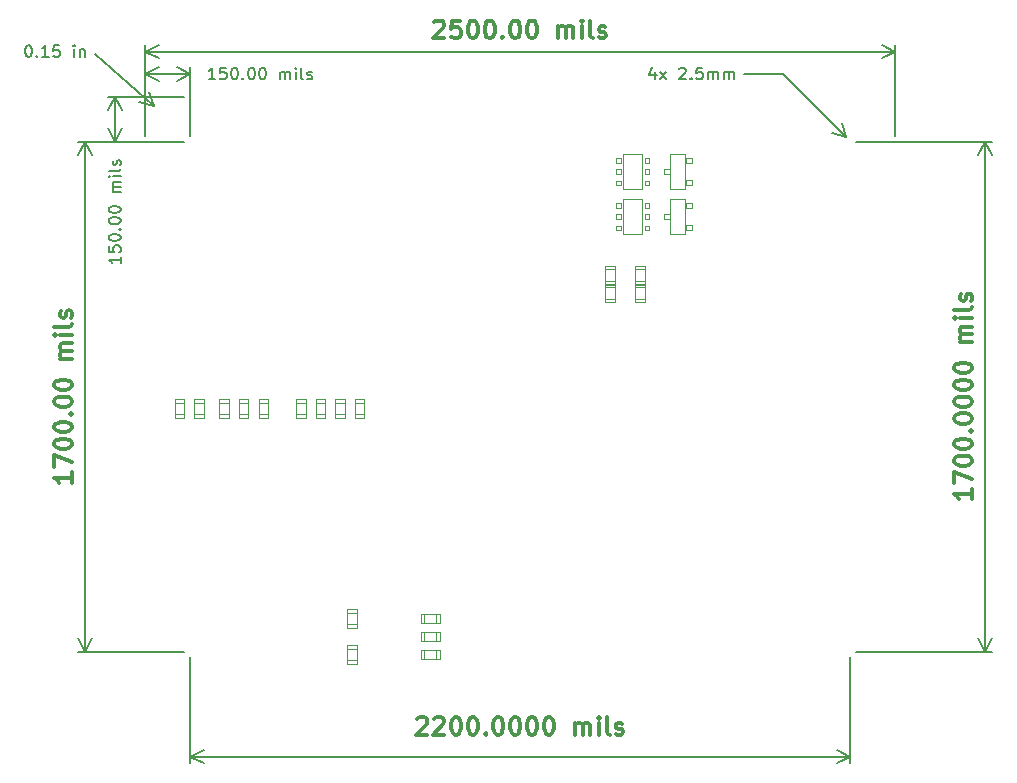
<source format=gbr>
%TF.GenerationSoftware,KiCad,Pcbnew,9.0.6*%
%TF.CreationDate,2026-01-30T18:10:03-05:00*%
%TF.ProjectId,destinationWeatherStation_v4-5,64657374-696e-4617-9469-6f6e57656174,03*%
%TF.SameCoordinates,Original*%
%TF.FileFunction,OtherDrawing,Comment*%
%FSLAX46Y46*%
G04 Gerber Fmt 4.6, Leading zero omitted, Abs format (unit mm)*
G04 Created by KiCad (PCBNEW 9.0.6) date 2026-01-30 18:10:03*
%MOMM*%
%LPD*%
G01*
G04 APERTURE LIST*
%ADD10C,0.300000*%
%ADD11C,0.150000*%
%ADD12C,0.200000*%
%ADD13C,0.025000*%
G04 APERTURE END LIST*
D10*
X183028328Y-104377140D02*
X183028328Y-105234283D01*
X183028328Y-104805712D02*
X181528328Y-104805712D01*
X181528328Y-104805712D02*
X181742614Y-104948569D01*
X181742614Y-104948569D02*
X181885471Y-105091426D01*
X181885471Y-105091426D02*
X181956900Y-105234283D01*
X181528328Y-103877141D02*
X181528328Y-102877141D01*
X181528328Y-102877141D02*
X183028328Y-103519998D01*
X181528328Y-102019998D02*
X181528328Y-101877141D01*
X181528328Y-101877141D02*
X181599757Y-101734284D01*
X181599757Y-101734284D02*
X181671185Y-101662856D01*
X181671185Y-101662856D02*
X181814042Y-101591427D01*
X181814042Y-101591427D02*
X182099757Y-101519998D01*
X182099757Y-101519998D02*
X182456900Y-101519998D01*
X182456900Y-101519998D02*
X182742614Y-101591427D01*
X182742614Y-101591427D02*
X182885471Y-101662856D01*
X182885471Y-101662856D02*
X182956900Y-101734284D01*
X182956900Y-101734284D02*
X183028328Y-101877141D01*
X183028328Y-101877141D02*
X183028328Y-102019998D01*
X183028328Y-102019998D02*
X182956900Y-102162856D01*
X182956900Y-102162856D02*
X182885471Y-102234284D01*
X182885471Y-102234284D02*
X182742614Y-102305713D01*
X182742614Y-102305713D02*
X182456900Y-102377141D01*
X182456900Y-102377141D02*
X182099757Y-102377141D01*
X182099757Y-102377141D02*
X181814042Y-102305713D01*
X181814042Y-102305713D02*
X181671185Y-102234284D01*
X181671185Y-102234284D02*
X181599757Y-102162856D01*
X181599757Y-102162856D02*
X181528328Y-102019998D01*
X181528328Y-100591427D02*
X181528328Y-100448570D01*
X181528328Y-100448570D02*
X181599757Y-100305713D01*
X181599757Y-100305713D02*
X181671185Y-100234285D01*
X181671185Y-100234285D02*
X181814042Y-100162856D01*
X181814042Y-100162856D02*
X182099757Y-100091427D01*
X182099757Y-100091427D02*
X182456900Y-100091427D01*
X182456900Y-100091427D02*
X182742614Y-100162856D01*
X182742614Y-100162856D02*
X182885471Y-100234285D01*
X182885471Y-100234285D02*
X182956900Y-100305713D01*
X182956900Y-100305713D02*
X183028328Y-100448570D01*
X183028328Y-100448570D02*
X183028328Y-100591427D01*
X183028328Y-100591427D02*
X182956900Y-100734285D01*
X182956900Y-100734285D02*
X182885471Y-100805713D01*
X182885471Y-100805713D02*
X182742614Y-100877142D01*
X182742614Y-100877142D02*
X182456900Y-100948570D01*
X182456900Y-100948570D02*
X182099757Y-100948570D01*
X182099757Y-100948570D02*
X181814042Y-100877142D01*
X181814042Y-100877142D02*
X181671185Y-100805713D01*
X181671185Y-100805713D02*
X181599757Y-100734285D01*
X181599757Y-100734285D02*
X181528328Y-100591427D01*
X182885471Y-99448571D02*
X182956900Y-99377142D01*
X182956900Y-99377142D02*
X183028328Y-99448571D01*
X183028328Y-99448571D02*
X182956900Y-99519999D01*
X182956900Y-99519999D02*
X182885471Y-99448571D01*
X182885471Y-99448571D02*
X183028328Y-99448571D01*
X181528328Y-98448570D02*
X181528328Y-98305713D01*
X181528328Y-98305713D02*
X181599757Y-98162856D01*
X181599757Y-98162856D02*
X181671185Y-98091428D01*
X181671185Y-98091428D02*
X181814042Y-98019999D01*
X181814042Y-98019999D02*
X182099757Y-97948570D01*
X182099757Y-97948570D02*
X182456900Y-97948570D01*
X182456900Y-97948570D02*
X182742614Y-98019999D01*
X182742614Y-98019999D02*
X182885471Y-98091428D01*
X182885471Y-98091428D02*
X182956900Y-98162856D01*
X182956900Y-98162856D02*
X183028328Y-98305713D01*
X183028328Y-98305713D02*
X183028328Y-98448570D01*
X183028328Y-98448570D02*
X182956900Y-98591428D01*
X182956900Y-98591428D02*
X182885471Y-98662856D01*
X182885471Y-98662856D02*
X182742614Y-98734285D01*
X182742614Y-98734285D02*
X182456900Y-98805713D01*
X182456900Y-98805713D02*
X182099757Y-98805713D01*
X182099757Y-98805713D02*
X181814042Y-98734285D01*
X181814042Y-98734285D02*
X181671185Y-98662856D01*
X181671185Y-98662856D02*
X181599757Y-98591428D01*
X181599757Y-98591428D02*
X181528328Y-98448570D01*
X181528328Y-97019999D02*
X181528328Y-96877142D01*
X181528328Y-96877142D02*
X181599757Y-96734285D01*
X181599757Y-96734285D02*
X181671185Y-96662857D01*
X181671185Y-96662857D02*
X181814042Y-96591428D01*
X181814042Y-96591428D02*
X182099757Y-96519999D01*
X182099757Y-96519999D02*
X182456900Y-96519999D01*
X182456900Y-96519999D02*
X182742614Y-96591428D01*
X182742614Y-96591428D02*
X182885471Y-96662857D01*
X182885471Y-96662857D02*
X182956900Y-96734285D01*
X182956900Y-96734285D02*
X183028328Y-96877142D01*
X183028328Y-96877142D02*
X183028328Y-97019999D01*
X183028328Y-97019999D02*
X182956900Y-97162857D01*
X182956900Y-97162857D02*
X182885471Y-97234285D01*
X182885471Y-97234285D02*
X182742614Y-97305714D01*
X182742614Y-97305714D02*
X182456900Y-97377142D01*
X182456900Y-97377142D02*
X182099757Y-97377142D01*
X182099757Y-97377142D02*
X181814042Y-97305714D01*
X181814042Y-97305714D02*
X181671185Y-97234285D01*
X181671185Y-97234285D02*
X181599757Y-97162857D01*
X181599757Y-97162857D02*
X181528328Y-97019999D01*
X181528328Y-95591428D02*
X181528328Y-95448571D01*
X181528328Y-95448571D02*
X181599757Y-95305714D01*
X181599757Y-95305714D02*
X181671185Y-95234286D01*
X181671185Y-95234286D02*
X181814042Y-95162857D01*
X181814042Y-95162857D02*
X182099757Y-95091428D01*
X182099757Y-95091428D02*
X182456900Y-95091428D01*
X182456900Y-95091428D02*
X182742614Y-95162857D01*
X182742614Y-95162857D02*
X182885471Y-95234286D01*
X182885471Y-95234286D02*
X182956900Y-95305714D01*
X182956900Y-95305714D02*
X183028328Y-95448571D01*
X183028328Y-95448571D02*
X183028328Y-95591428D01*
X183028328Y-95591428D02*
X182956900Y-95734286D01*
X182956900Y-95734286D02*
X182885471Y-95805714D01*
X182885471Y-95805714D02*
X182742614Y-95877143D01*
X182742614Y-95877143D02*
X182456900Y-95948571D01*
X182456900Y-95948571D02*
X182099757Y-95948571D01*
X182099757Y-95948571D02*
X181814042Y-95877143D01*
X181814042Y-95877143D02*
X181671185Y-95805714D01*
X181671185Y-95805714D02*
X181599757Y-95734286D01*
X181599757Y-95734286D02*
X181528328Y-95591428D01*
X181528328Y-94162857D02*
X181528328Y-94020000D01*
X181528328Y-94020000D02*
X181599757Y-93877143D01*
X181599757Y-93877143D02*
X181671185Y-93805715D01*
X181671185Y-93805715D02*
X181814042Y-93734286D01*
X181814042Y-93734286D02*
X182099757Y-93662857D01*
X182099757Y-93662857D02*
X182456900Y-93662857D01*
X182456900Y-93662857D02*
X182742614Y-93734286D01*
X182742614Y-93734286D02*
X182885471Y-93805715D01*
X182885471Y-93805715D02*
X182956900Y-93877143D01*
X182956900Y-93877143D02*
X183028328Y-94020000D01*
X183028328Y-94020000D02*
X183028328Y-94162857D01*
X183028328Y-94162857D02*
X182956900Y-94305715D01*
X182956900Y-94305715D02*
X182885471Y-94377143D01*
X182885471Y-94377143D02*
X182742614Y-94448572D01*
X182742614Y-94448572D02*
X182456900Y-94520000D01*
X182456900Y-94520000D02*
X182099757Y-94520000D01*
X182099757Y-94520000D02*
X181814042Y-94448572D01*
X181814042Y-94448572D02*
X181671185Y-94377143D01*
X181671185Y-94377143D02*
X181599757Y-94305715D01*
X181599757Y-94305715D02*
X181528328Y-94162857D01*
X183028328Y-91877144D02*
X182028328Y-91877144D01*
X182171185Y-91877144D02*
X182099757Y-91805715D01*
X182099757Y-91805715D02*
X182028328Y-91662858D01*
X182028328Y-91662858D02*
X182028328Y-91448572D01*
X182028328Y-91448572D02*
X182099757Y-91305715D01*
X182099757Y-91305715D02*
X182242614Y-91234287D01*
X182242614Y-91234287D02*
X183028328Y-91234287D01*
X182242614Y-91234287D02*
X182099757Y-91162858D01*
X182099757Y-91162858D02*
X182028328Y-91020001D01*
X182028328Y-91020001D02*
X182028328Y-90805715D01*
X182028328Y-90805715D02*
X182099757Y-90662858D01*
X182099757Y-90662858D02*
X182242614Y-90591429D01*
X182242614Y-90591429D02*
X183028328Y-90591429D01*
X183028328Y-89877144D02*
X182028328Y-89877144D01*
X181528328Y-89877144D02*
X181599757Y-89948572D01*
X181599757Y-89948572D02*
X181671185Y-89877144D01*
X181671185Y-89877144D02*
X181599757Y-89805715D01*
X181599757Y-89805715D02*
X181528328Y-89877144D01*
X181528328Y-89877144D02*
X181671185Y-89877144D01*
X183028328Y-88948572D02*
X182956900Y-89091429D01*
X182956900Y-89091429D02*
X182814042Y-89162858D01*
X182814042Y-89162858D02*
X181528328Y-89162858D01*
X182956900Y-88448572D02*
X183028328Y-88305715D01*
X183028328Y-88305715D02*
X183028328Y-88020001D01*
X183028328Y-88020001D02*
X182956900Y-87877144D01*
X182956900Y-87877144D02*
X182814042Y-87805715D01*
X182814042Y-87805715D02*
X182742614Y-87805715D01*
X182742614Y-87805715D02*
X182599757Y-87877144D01*
X182599757Y-87877144D02*
X182528328Y-88020001D01*
X182528328Y-88020001D02*
X182528328Y-88234287D01*
X182528328Y-88234287D02*
X182456900Y-88377144D01*
X182456900Y-88377144D02*
X182314042Y-88448572D01*
X182314042Y-88448572D02*
X182242614Y-88448572D01*
X182242614Y-88448572D02*
X182099757Y-88377144D01*
X182099757Y-88377144D02*
X182028328Y-88234287D01*
X182028328Y-88234287D02*
X182028328Y-88020001D01*
X182028328Y-88020001D02*
X182099757Y-87877144D01*
D11*
X173220000Y-74930000D02*
X184736420Y-74930000D01*
X173220000Y-118110000D02*
X184736420Y-118110000D01*
X184150000Y-74930000D02*
X184150000Y-118110000D01*
X184150000Y-74930000D02*
X184736421Y-76056504D01*
X184150000Y-74930000D02*
X183563579Y-76056504D01*
X184150000Y-118110000D02*
X183563579Y-116983496D01*
X184150000Y-118110000D02*
X184736421Y-116983496D01*
D10*
X106828328Y-102948569D02*
X106828328Y-103805712D01*
X106828328Y-103377141D02*
X105328328Y-103377141D01*
X105328328Y-103377141D02*
X105542614Y-103519998D01*
X105542614Y-103519998D02*
X105685471Y-103662855D01*
X105685471Y-103662855D02*
X105756900Y-103805712D01*
X105328328Y-102448570D02*
X105328328Y-101448570D01*
X105328328Y-101448570D02*
X106828328Y-102091427D01*
X105328328Y-100591427D02*
X105328328Y-100448570D01*
X105328328Y-100448570D02*
X105399757Y-100305713D01*
X105399757Y-100305713D02*
X105471185Y-100234285D01*
X105471185Y-100234285D02*
X105614042Y-100162856D01*
X105614042Y-100162856D02*
X105899757Y-100091427D01*
X105899757Y-100091427D02*
X106256900Y-100091427D01*
X106256900Y-100091427D02*
X106542614Y-100162856D01*
X106542614Y-100162856D02*
X106685471Y-100234285D01*
X106685471Y-100234285D02*
X106756900Y-100305713D01*
X106756900Y-100305713D02*
X106828328Y-100448570D01*
X106828328Y-100448570D02*
X106828328Y-100591427D01*
X106828328Y-100591427D02*
X106756900Y-100734285D01*
X106756900Y-100734285D02*
X106685471Y-100805713D01*
X106685471Y-100805713D02*
X106542614Y-100877142D01*
X106542614Y-100877142D02*
X106256900Y-100948570D01*
X106256900Y-100948570D02*
X105899757Y-100948570D01*
X105899757Y-100948570D02*
X105614042Y-100877142D01*
X105614042Y-100877142D02*
X105471185Y-100805713D01*
X105471185Y-100805713D02*
X105399757Y-100734285D01*
X105399757Y-100734285D02*
X105328328Y-100591427D01*
X105328328Y-99162856D02*
X105328328Y-99019999D01*
X105328328Y-99019999D02*
X105399757Y-98877142D01*
X105399757Y-98877142D02*
X105471185Y-98805714D01*
X105471185Y-98805714D02*
X105614042Y-98734285D01*
X105614042Y-98734285D02*
X105899757Y-98662856D01*
X105899757Y-98662856D02*
X106256900Y-98662856D01*
X106256900Y-98662856D02*
X106542614Y-98734285D01*
X106542614Y-98734285D02*
X106685471Y-98805714D01*
X106685471Y-98805714D02*
X106756900Y-98877142D01*
X106756900Y-98877142D02*
X106828328Y-99019999D01*
X106828328Y-99019999D02*
X106828328Y-99162856D01*
X106828328Y-99162856D02*
X106756900Y-99305714D01*
X106756900Y-99305714D02*
X106685471Y-99377142D01*
X106685471Y-99377142D02*
X106542614Y-99448571D01*
X106542614Y-99448571D02*
X106256900Y-99519999D01*
X106256900Y-99519999D02*
X105899757Y-99519999D01*
X105899757Y-99519999D02*
X105614042Y-99448571D01*
X105614042Y-99448571D02*
X105471185Y-99377142D01*
X105471185Y-99377142D02*
X105399757Y-99305714D01*
X105399757Y-99305714D02*
X105328328Y-99162856D01*
X106685471Y-98020000D02*
X106756900Y-97948571D01*
X106756900Y-97948571D02*
X106828328Y-98020000D01*
X106828328Y-98020000D02*
X106756900Y-98091428D01*
X106756900Y-98091428D02*
X106685471Y-98020000D01*
X106685471Y-98020000D02*
X106828328Y-98020000D01*
X105328328Y-97019999D02*
X105328328Y-96877142D01*
X105328328Y-96877142D02*
X105399757Y-96734285D01*
X105399757Y-96734285D02*
X105471185Y-96662857D01*
X105471185Y-96662857D02*
X105614042Y-96591428D01*
X105614042Y-96591428D02*
X105899757Y-96519999D01*
X105899757Y-96519999D02*
X106256900Y-96519999D01*
X106256900Y-96519999D02*
X106542614Y-96591428D01*
X106542614Y-96591428D02*
X106685471Y-96662857D01*
X106685471Y-96662857D02*
X106756900Y-96734285D01*
X106756900Y-96734285D02*
X106828328Y-96877142D01*
X106828328Y-96877142D02*
X106828328Y-97019999D01*
X106828328Y-97019999D02*
X106756900Y-97162857D01*
X106756900Y-97162857D02*
X106685471Y-97234285D01*
X106685471Y-97234285D02*
X106542614Y-97305714D01*
X106542614Y-97305714D02*
X106256900Y-97377142D01*
X106256900Y-97377142D02*
X105899757Y-97377142D01*
X105899757Y-97377142D02*
X105614042Y-97305714D01*
X105614042Y-97305714D02*
X105471185Y-97234285D01*
X105471185Y-97234285D02*
X105399757Y-97162857D01*
X105399757Y-97162857D02*
X105328328Y-97019999D01*
X105328328Y-95591428D02*
X105328328Y-95448571D01*
X105328328Y-95448571D02*
X105399757Y-95305714D01*
X105399757Y-95305714D02*
X105471185Y-95234286D01*
X105471185Y-95234286D02*
X105614042Y-95162857D01*
X105614042Y-95162857D02*
X105899757Y-95091428D01*
X105899757Y-95091428D02*
X106256900Y-95091428D01*
X106256900Y-95091428D02*
X106542614Y-95162857D01*
X106542614Y-95162857D02*
X106685471Y-95234286D01*
X106685471Y-95234286D02*
X106756900Y-95305714D01*
X106756900Y-95305714D02*
X106828328Y-95448571D01*
X106828328Y-95448571D02*
X106828328Y-95591428D01*
X106828328Y-95591428D02*
X106756900Y-95734286D01*
X106756900Y-95734286D02*
X106685471Y-95805714D01*
X106685471Y-95805714D02*
X106542614Y-95877143D01*
X106542614Y-95877143D02*
X106256900Y-95948571D01*
X106256900Y-95948571D02*
X105899757Y-95948571D01*
X105899757Y-95948571D02*
X105614042Y-95877143D01*
X105614042Y-95877143D02*
X105471185Y-95805714D01*
X105471185Y-95805714D02*
X105399757Y-95734286D01*
X105399757Y-95734286D02*
X105328328Y-95591428D01*
X106828328Y-93305715D02*
X105828328Y-93305715D01*
X105971185Y-93305715D02*
X105899757Y-93234286D01*
X105899757Y-93234286D02*
X105828328Y-93091429D01*
X105828328Y-93091429D02*
X105828328Y-92877143D01*
X105828328Y-92877143D02*
X105899757Y-92734286D01*
X105899757Y-92734286D02*
X106042614Y-92662858D01*
X106042614Y-92662858D02*
X106828328Y-92662858D01*
X106042614Y-92662858D02*
X105899757Y-92591429D01*
X105899757Y-92591429D02*
X105828328Y-92448572D01*
X105828328Y-92448572D02*
X105828328Y-92234286D01*
X105828328Y-92234286D02*
X105899757Y-92091429D01*
X105899757Y-92091429D02*
X106042614Y-92020000D01*
X106042614Y-92020000D02*
X106828328Y-92020000D01*
X106828328Y-91305715D02*
X105828328Y-91305715D01*
X105328328Y-91305715D02*
X105399757Y-91377143D01*
X105399757Y-91377143D02*
X105471185Y-91305715D01*
X105471185Y-91305715D02*
X105399757Y-91234286D01*
X105399757Y-91234286D02*
X105328328Y-91305715D01*
X105328328Y-91305715D02*
X105471185Y-91305715D01*
X106828328Y-90377143D02*
X106756900Y-90520000D01*
X106756900Y-90520000D02*
X106614042Y-90591429D01*
X106614042Y-90591429D02*
X105328328Y-90591429D01*
X106756900Y-89877143D02*
X106828328Y-89734286D01*
X106828328Y-89734286D02*
X106828328Y-89448572D01*
X106828328Y-89448572D02*
X106756900Y-89305715D01*
X106756900Y-89305715D02*
X106614042Y-89234286D01*
X106614042Y-89234286D02*
X106542614Y-89234286D01*
X106542614Y-89234286D02*
X106399757Y-89305715D01*
X106399757Y-89305715D02*
X106328328Y-89448572D01*
X106328328Y-89448572D02*
X106328328Y-89662858D01*
X106328328Y-89662858D02*
X106256900Y-89805715D01*
X106256900Y-89805715D02*
X106114042Y-89877143D01*
X106114042Y-89877143D02*
X106042614Y-89877143D01*
X106042614Y-89877143D02*
X105899757Y-89805715D01*
X105899757Y-89805715D02*
X105828328Y-89662858D01*
X105828328Y-89662858D02*
X105828328Y-89448572D01*
X105828328Y-89448572D02*
X105899757Y-89305715D01*
D12*
X116340000Y-74930000D02*
X107363580Y-74930000D01*
X116340000Y-118110000D02*
X107363580Y-118110000D01*
X107950000Y-74930000D02*
X107950000Y-118110000D01*
X107950000Y-74930000D02*
X108536421Y-76056504D01*
X107950000Y-74930000D02*
X107363579Y-76056504D01*
X107950000Y-118110000D02*
X107363579Y-116983496D01*
X107950000Y-118110000D02*
X108536421Y-116983496D01*
D11*
X110944819Y-84679636D02*
X110944819Y-85251064D01*
X110944819Y-84965350D02*
X109944819Y-84965350D01*
X109944819Y-84965350D02*
X110087676Y-85060588D01*
X110087676Y-85060588D02*
X110182914Y-85155826D01*
X110182914Y-85155826D02*
X110230533Y-85251064D01*
X109944819Y-83774874D02*
X109944819Y-84251064D01*
X109944819Y-84251064D02*
X110421009Y-84298683D01*
X110421009Y-84298683D02*
X110373390Y-84251064D01*
X110373390Y-84251064D02*
X110325771Y-84155826D01*
X110325771Y-84155826D02*
X110325771Y-83917731D01*
X110325771Y-83917731D02*
X110373390Y-83822493D01*
X110373390Y-83822493D02*
X110421009Y-83774874D01*
X110421009Y-83774874D02*
X110516247Y-83727255D01*
X110516247Y-83727255D02*
X110754342Y-83727255D01*
X110754342Y-83727255D02*
X110849580Y-83774874D01*
X110849580Y-83774874D02*
X110897200Y-83822493D01*
X110897200Y-83822493D02*
X110944819Y-83917731D01*
X110944819Y-83917731D02*
X110944819Y-84155826D01*
X110944819Y-84155826D02*
X110897200Y-84251064D01*
X110897200Y-84251064D02*
X110849580Y-84298683D01*
X109944819Y-83108207D02*
X109944819Y-83012969D01*
X109944819Y-83012969D02*
X109992438Y-82917731D01*
X109992438Y-82917731D02*
X110040057Y-82870112D01*
X110040057Y-82870112D02*
X110135295Y-82822493D01*
X110135295Y-82822493D02*
X110325771Y-82774874D01*
X110325771Y-82774874D02*
X110563866Y-82774874D01*
X110563866Y-82774874D02*
X110754342Y-82822493D01*
X110754342Y-82822493D02*
X110849580Y-82870112D01*
X110849580Y-82870112D02*
X110897200Y-82917731D01*
X110897200Y-82917731D02*
X110944819Y-83012969D01*
X110944819Y-83012969D02*
X110944819Y-83108207D01*
X110944819Y-83108207D02*
X110897200Y-83203445D01*
X110897200Y-83203445D02*
X110849580Y-83251064D01*
X110849580Y-83251064D02*
X110754342Y-83298683D01*
X110754342Y-83298683D02*
X110563866Y-83346302D01*
X110563866Y-83346302D02*
X110325771Y-83346302D01*
X110325771Y-83346302D02*
X110135295Y-83298683D01*
X110135295Y-83298683D02*
X110040057Y-83251064D01*
X110040057Y-83251064D02*
X109992438Y-83203445D01*
X109992438Y-83203445D02*
X109944819Y-83108207D01*
X110849580Y-82346302D02*
X110897200Y-82298683D01*
X110897200Y-82298683D02*
X110944819Y-82346302D01*
X110944819Y-82346302D02*
X110897200Y-82393921D01*
X110897200Y-82393921D02*
X110849580Y-82346302D01*
X110849580Y-82346302D02*
X110944819Y-82346302D01*
X109944819Y-81679636D02*
X109944819Y-81584398D01*
X109944819Y-81584398D02*
X109992438Y-81489160D01*
X109992438Y-81489160D02*
X110040057Y-81441541D01*
X110040057Y-81441541D02*
X110135295Y-81393922D01*
X110135295Y-81393922D02*
X110325771Y-81346303D01*
X110325771Y-81346303D02*
X110563866Y-81346303D01*
X110563866Y-81346303D02*
X110754342Y-81393922D01*
X110754342Y-81393922D02*
X110849580Y-81441541D01*
X110849580Y-81441541D02*
X110897200Y-81489160D01*
X110897200Y-81489160D02*
X110944819Y-81584398D01*
X110944819Y-81584398D02*
X110944819Y-81679636D01*
X110944819Y-81679636D02*
X110897200Y-81774874D01*
X110897200Y-81774874D02*
X110849580Y-81822493D01*
X110849580Y-81822493D02*
X110754342Y-81870112D01*
X110754342Y-81870112D02*
X110563866Y-81917731D01*
X110563866Y-81917731D02*
X110325771Y-81917731D01*
X110325771Y-81917731D02*
X110135295Y-81870112D01*
X110135295Y-81870112D02*
X110040057Y-81822493D01*
X110040057Y-81822493D02*
X109992438Y-81774874D01*
X109992438Y-81774874D02*
X109944819Y-81679636D01*
X109944819Y-80727255D02*
X109944819Y-80632017D01*
X109944819Y-80632017D02*
X109992438Y-80536779D01*
X109992438Y-80536779D02*
X110040057Y-80489160D01*
X110040057Y-80489160D02*
X110135295Y-80441541D01*
X110135295Y-80441541D02*
X110325771Y-80393922D01*
X110325771Y-80393922D02*
X110563866Y-80393922D01*
X110563866Y-80393922D02*
X110754342Y-80441541D01*
X110754342Y-80441541D02*
X110849580Y-80489160D01*
X110849580Y-80489160D02*
X110897200Y-80536779D01*
X110897200Y-80536779D02*
X110944819Y-80632017D01*
X110944819Y-80632017D02*
X110944819Y-80727255D01*
X110944819Y-80727255D02*
X110897200Y-80822493D01*
X110897200Y-80822493D02*
X110849580Y-80870112D01*
X110849580Y-80870112D02*
X110754342Y-80917731D01*
X110754342Y-80917731D02*
X110563866Y-80965350D01*
X110563866Y-80965350D02*
X110325771Y-80965350D01*
X110325771Y-80965350D02*
X110135295Y-80917731D01*
X110135295Y-80917731D02*
X110040057Y-80870112D01*
X110040057Y-80870112D02*
X109992438Y-80822493D01*
X109992438Y-80822493D02*
X109944819Y-80727255D01*
X110944819Y-79203445D02*
X110278152Y-79203445D01*
X110373390Y-79203445D02*
X110325771Y-79155826D01*
X110325771Y-79155826D02*
X110278152Y-79060588D01*
X110278152Y-79060588D02*
X110278152Y-78917731D01*
X110278152Y-78917731D02*
X110325771Y-78822493D01*
X110325771Y-78822493D02*
X110421009Y-78774874D01*
X110421009Y-78774874D02*
X110944819Y-78774874D01*
X110421009Y-78774874D02*
X110325771Y-78727255D01*
X110325771Y-78727255D02*
X110278152Y-78632017D01*
X110278152Y-78632017D02*
X110278152Y-78489160D01*
X110278152Y-78489160D02*
X110325771Y-78393921D01*
X110325771Y-78393921D02*
X110421009Y-78346302D01*
X110421009Y-78346302D02*
X110944819Y-78346302D01*
X110944819Y-77870112D02*
X110278152Y-77870112D01*
X109944819Y-77870112D02*
X109992438Y-77917731D01*
X109992438Y-77917731D02*
X110040057Y-77870112D01*
X110040057Y-77870112D02*
X109992438Y-77822493D01*
X109992438Y-77822493D02*
X109944819Y-77870112D01*
X109944819Y-77870112D02*
X110040057Y-77870112D01*
X110944819Y-77251065D02*
X110897200Y-77346303D01*
X110897200Y-77346303D02*
X110801961Y-77393922D01*
X110801961Y-77393922D02*
X109944819Y-77393922D01*
X110897200Y-76917731D02*
X110944819Y-76822493D01*
X110944819Y-76822493D02*
X110944819Y-76632017D01*
X110944819Y-76632017D02*
X110897200Y-76536779D01*
X110897200Y-76536779D02*
X110801961Y-76489160D01*
X110801961Y-76489160D02*
X110754342Y-76489160D01*
X110754342Y-76489160D02*
X110659104Y-76536779D01*
X110659104Y-76536779D02*
X110611485Y-76632017D01*
X110611485Y-76632017D02*
X110611485Y-76774874D01*
X110611485Y-76774874D02*
X110563866Y-76870112D01*
X110563866Y-76870112D02*
X110468628Y-76917731D01*
X110468628Y-76917731D02*
X110421009Y-76917731D01*
X110421009Y-76917731D02*
X110325771Y-76870112D01*
X110325771Y-76870112D02*
X110278152Y-76774874D01*
X110278152Y-76774874D02*
X110278152Y-76632017D01*
X110278152Y-76632017D02*
X110325771Y-76536779D01*
X116340000Y-74930000D02*
X109903580Y-74930000D01*
X116340000Y-71120000D02*
X109903580Y-71120000D01*
X110490000Y-74930000D02*
X110490000Y-71120000D01*
X110490000Y-74930000D02*
X109903579Y-73803496D01*
X110490000Y-74930000D02*
X111076421Y-73803496D01*
X110490000Y-71120000D02*
X111076421Y-72246504D01*
X110490000Y-71120000D02*
X109903579Y-72246504D01*
D10*
X137494287Y-64831185D02*
X137565715Y-64759757D01*
X137565715Y-64759757D02*
X137708573Y-64688328D01*
X137708573Y-64688328D02*
X138065715Y-64688328D01*
X138065715Y-64688328D02*
X138208573Y-64759757D01*
X138208573Y-64759757D02*
X138280001Y-64831185D01*
X138280001Y-64831185D02*
X138351430Y-64974042D01*
X138351430Y-64974042D02*
X138351430Y-65116900D01*
X138351430Y-65116900D02*
X138280001Y-65331185D01*
X138280001Y-65331185D02*
X137422858Y-66188328D01*
X137422858Y-66188328D02*
X138351430Y-66188328D01*
X139708572Y-64688328D02*
X138994286Y-64688328D01*
X138994286Y-64688328D02*
X138922858Y-65402614D01*
X138922858Y-65402614D02*
X138994286Y-65331185D01*
X138994286Y-65331185D02*
X139137144Y-65259757D01*
X139137144Y-65259757D02*
X139494286Y-65259757D01*
X139494286Y-65259757D02*
X139637144Y-65331185D01*
X139637144Y-65331185D02*
X139708572Y-65402614D01*
X139708572Y-65402614D02*
X139780001Y-65545471D01*
X139780001Y-65545471D02*
X139780001Y-65902614D01*
X139780001Y-65902614D02*
X139708572Y-66045471D01*
X139708572Y-66045471D02*
X139637144Y-66116900D01*
X139637144Y-66116900D02*
X139494286Y-66188328D01*
X139494286Y-66188328D02*
X139137144Y-66188328D01*
X139137144Y-66188328D02*
X138994286Y-66116900D01*
X138994286Y-66116900D02*
X138922858Y-66045471D01*
X140708572Y-64688328D02*
X140851429Y-64688328D01*
X140851429Y-64688328D02*
X140994286Y-64759757D01*
X140994286Y-64759757D02*
X141065715Y-64831185D01*
X141065715Y-64831185D02*
X141137143Y-64974042D01*
X141137143Y-64974042D02*
X141208572Y-65259757D01*
X141208572Y-65259757D02*
X141208572Y-65616900D01*
X141208572Y-65616900D02*
X141137143Y-65902614D01*
X141137143Y-65902614D02*
X141065715Y-66045471D01*
X141065715Y-66045471D02*
X140994286Y-66116900D01*
X140994286Y-66116900D02*
X140851429Y-66188328D01*
X140851429Y-66188328D02*
X140708572Y-66188328D01*
X140708572Y-66188328D02*
X140565715Y-66116900D01*
X140565715Y-66116900D02*
X140494286Y-66045471D01*
X140494286Y-66045471D02*
X140422857Y-65902614D01*
X140422857Y-65902614D02*
X140351429Y-65616900D01*
X140351429Y-65616900D02*
X140351429Y-65259757D01*
X140351429Y-65259757D02*
X140422857Y-64974042D01*
X140422857Y-64974042D02*
X140494286Y-64831185D01*
X140494286Y-64831185D02*
X140565715Y-64759757D01*
X140565715Y-64759757D02*
X140708572Y-64688328D01*
X142137143Y-64688328D02*
X142280000Y-64688328D01*
X142280000Y-64688328D02*
X142422857Y-64759757D01*
X142422857Y-64759757D02*
X142494286Y-64831185D01*
X142494286Y-64831185D02*
X142565714Y-64974042D01*
X142565714Y-64974042D02*
X142637143Y-65259757D01*
X142637143Y-65259757D02*
X142637143Y-65616900D01*
X142637143Y-65616900D02*
X142565714Y-65902614D01*
X142565714Y-65902614D02*
X142494286Y-66045471D01*
X142494286Y-66045471D02*
X142422857Y-66116900D01*
X142422857Y-66116900D02*
X142280000Y-66188328D01*
X142280000Y-66188328D02*
X142137143Y-66188328D01*
X142137143Y-66188328D02*
X141994286Y-66116900D01*
X141994286Y-66116900D02*
X141922857Y-66045471D01*
X141922857Y-66045471D02*
X141851428Y-65902614D01*
X141851428Y-65902614D02*
X141780000Y-65616900D01*
X141780000Y-65616900D02*
X141780000Y-65259757D01*
X141780000Y-65259757D02*
X141851428Y-64974042D01*
X141851428Y-64974042D02*
X141922857Y-64831185D01*
X141922857Y-64831185D02*
X141994286Y-64759757D01*
X141994286Y-64759757D02*
X142137143Y-64688328D01*
X143279999Y-66045471D02*
X143351428Y-66116900D01*
X143351428Y-66116900D02*
X143279999Y-66188328D01*
X143279999Y-66188328D02*
X143208571Y-66116900D01*
X143208571Y-66116900D02*
X143279999Y-66045471D01*
X143279999Y-66045471D02*
X143279999Y-66188328D01*
X144280000Y-64688328D02*
X144422857Y-64688328D01*
X144422857Y-64688328D02*
X144565714Y-64759757D01*
X144565714Y-64759757D02*
X144637143Y-64831185D01*
X144637143Y-64831185D02*
X144708571Y-64974042D01*
X144708571Y-64974042D02*
X144780000Y-65259757D01*
X144780000Y-65259757D02*
X144780000Y-65616900D01*
X144780000Y-65616900D02*
X144708571Y-65902614D01*
X144708571Y-65902614D02*
X144637143Y-66045471D01*
X144637143Y-66045471D02*
X144565714Y-66116900D01*
X144565714Y-66116900D02*
X144422857Y-66188328D01*
X144422857Y-66188328D02*
X144280000Y-66188328D01*
X144280000Y-66188328D02*
X144137143Y-66116900D01*
X144137143Y-66116900D02*
X144065714Y-66045471D01*
X144065714Y-66045471D02*
X143994285Y-65902614D01*
X143994285Y-65902614D02*
X143922857Y-65616900D01*
X143922857Y-65616900D02*
X143922857Y-65259757D01*
X143922857Y-65259757D02*
X143994285Y-64974042D01*
X143994285Y-64974042D02*
X144065714Y-64831185D01*
X144065714Y-64831185D02*
X144137143Y-64759757D01*
X144137143Y-64759757D02*
X144280000Y-64688328D01*
X145708571Y-64688328D02*
X145851428Y-64688328D01*
X145851428Y-64688328D02*
X145994285Y-64759757D01*
X145994285Y-64759757D02*
X146065714Y-64831185D01*
X146065714Y-64831185D02*
X146137142Y-64974042D01*
X146137142Y-64974042D02*
X146208571Y-65259757D01*
X146208571Y-65259757D02*
X146208571Y-65616900D01*
X146208571Y-65616900D02*
X146137142Y-65902614D01*
X146137142Y-65902614D02*
X146065714Y-66045471D01*
X146065714Y-66045471D02*
X145994285Y-66116900D01*
X145994285Y-66116900D02*
X145851428Y-66188328D01*
X145851428Y-66188328D02*
X145708571Y-66188328D01*
X145708571Y-66188328D02*
X145565714Y-66116900D01*
X145565714Y-66116900D02*
X145494285Y-66045471D01*
X145494285Y-66045471D02*
X145422856Y-65902614D01*
X145422856Y-65902614D02*
X145351428Y-65616900D01*
X145351428Y-65616900D02*
X145351428Y-65259757D01*
X145351428Y-65259757D02*
X145422856Y-64974042D01*
X145422856Y-64974042D02*
X145494285Y-64831185D01*
X145494285Y-64831185D02*
X145565714Y-64759757D01*
X145565714Y-64759757D02*
X145708571Y-64688328D01*
X147994284Y-66188328D02*
X147994284Y-65188328D01*
X147994284Y-65331185D02*
X148065713Y-65259757D01*
X148065713Y-65259757D02*
X148208570Y-65188328D01*
X148208570Y-65188328D02*
X148422856Y-65188328D01*
X148422856Y-65188328D02*
X148565713Y-65259757D01*
X148565713Y-65259757D02*
X148637142Y-65402614D01*
X148637142Y-65402614D02*
X148637142Y-66188328D01*
X148637142Y-65402614D02*
X148708570Y-65259757D01*
X148708570Y-65259757D02*
X148851427Y-65188328D01*
X148851427Y-65188328D02*
X149065713Y-65188328D01*
X149065713Y-65188328D02*
X149208570Y-65259757D01*
X149208570Y-65259757D02*
X149279999Y-65402614D01*
X149279999Y-65402614D02*
X149279999Y-66188328D01*
X149994284Y-66188328D02*
X149994284Y-65188328D01*
X149994284Y-64688328D02*
X149922856Y-64759757D01*
X149922856Y-64759757D02*
X149994284Y-64831185D01*
X149994284Y-64831185D02*
X150065713Y-64759757D01*
X150065713Y-64759757D02*
X149994284Y-64688328D01*
X149994284Y-64688328D02*
X149994284Y-64831185D01*
X150922856Y-66188328D02*
X150779999Y-66116900D01*
X150779999Y-66116900D02*
X150708570Y-65974042D01*
X150708570Y-65974042D02*
X150708570Y-64688328D01*
X151422856Y-66116900D02*
X151565713Y-66188328D01*
X151565713Y-66188328D02*
X151851427Y-66188328D01*
X151851427Y-66188328D02*
X151994284Y-66116900D01*
X151994284Y-66116900D02*
X152065713Y-65974042D01*
X152065713Y-65974042D02*
X152065713Y-65902614D01*
X152065713Y-65902614D02*
X151994284Y-65759757D01*
X151994284Y-65759757D02*
X151851427Y-65688328D01*
X151851427Y-65688328D02*
X151637142Y-65688328D01*
X151637142Y-65688328D02*
X151494284Y-65616900D01*
X151494284Y-65616900D02*
X151422856Y-65474042D01*
X151422856Y-65474042D02*
X151422856Y-65402614D01*
X151422856Y-65402614D02*
X151494284Y-65259757D01*
X151494284Y-65259757D02*
X151637142Y-65188328D01*
X151637142Y-65188328D02*
X151851427Y-65188328D01*
X151851427Y-65188328D02*
X151994284Y-65259757D01*
D12*
X113030000Y-74430000D02*
X113030000Y-66723580D01*
X176530000Y-74430000D02*
X176530000Y-66723580D01*
X113030000Y-67310000D02*
X176530000Y-67310000D01*
X113030000Y-67310000D02*
X114156504Y-66723579D01*
X113030000Y-67310000D02*
X114156504Y-67896421D01*
X176530000Y-67310000D02*
X175403496Y-67896421D01*
X176530000Y-67310000D02*
X175403496Y-66723579D01*
D10*
X136065716Y-123781185D02*
X136137144Y-123709757D01*
X136137144Y-123709757D02*
X136280002Y-123638328D01*
X136280002Y-123638328D02*
X136637144Y-123638328D01*
X136637144Y-123638328D02*
X136780002Y-123709757D01*
X136780002Y-123709757D02*
X136851430Y-123781185D01*
X136851430Y-123781185D02*
X136922859Y-123924042D01*
X136922859Y-123924042D02*
X136922859Y-124066900D01*
X136922859Y-124066900D02*
X136851430Y-124281185D01*
X136851430Y-124281185D02*
X135994287Y-125138328D01*
X135994287Y-125138328D02*
X136922859Y-125138328D01*
X137494287Y-123781185D02*
X137565715Y-123709757D01*
X137565715Y-123709757D02*
X137708573Y-123638328D01*
X137708573Y-123638328D02*
X138065715Y-123638328D01*
X138065715Y-123638328D02*
X138208573Y-123709757D01*
X138208573Y-123709757D02*
X138280001Y-123781185D01*
X138280001Y-123781185D02*
X138351430Y-123924042D01*
X138351430Y-123924042D02*
X138351430Y-124066900D01*
X138351430Y-124066900D02*
X138280001Y-124281185D01*
X138280001Y-124281185D02*
X137422858Y-125138328D01*
X137422858Y-125138328D02*
X138351430Y-125138328D01*
X139280001Y-123638328D02*
X139422858Y-123638328D01*
X139422858Y-123638328D02*
X139565715Y-123709757D01*
X139565715Y-123709757D02*
X139637144Y-123781185D01*
X139637144Y-123781185D02*
X139708572Y-123924042D01*
X139708572Y-123924042D02*
X139780001Y-124209757D01*
X139780001Y-124209757D02*
X139780001Y-124566900D01*
X139780001Y-124566900D02*
X139708572Y-124852614D01*
X139708572Y-124852614D02*
X139637144Y-124995471D01*
X139637144Y-124995471D02*
X139565715Y-125066900D01*
X139565715Y-125066900D02*
X139422858Y-125138328D01*
X139422858Y-125138328D02*
X139280001Y-125138328D01*
X139280001Y-125138328D02*
X139137144Y-125066900D01*
X139137144Y-125066900D02*
X139065715Y-124995471D01*
X139065715Y-124995471D02*
X138994286Y-124852614D01*
X138994286Y-124852614D02*
X138922858Y-124566900D01*
X138922858Y-124566900D02*
X138922858Y-124209757D01*
X138922858Y-124209757D02*
X138994286Y-123924042D01*
X138994286Y-123924042D02*
X139065715Y-123781185D01*
X139065715Y-123781185D02*
X139137144Y-123709757D01*
X139137144Y-123709757D02*
X139280001Y-123638328D01*
X140708572Y-123638328D02*
X140851429Y-123638328D01*
X140851429Y-123638328D02*
X140994286Y-123709757D01*
X140994286Y-123709757D02*
X141065715Y-123781185D01*
X141065715Y-123781185D02*
X141137143Y-123924042D01*
X141137143Y-123924042D02*
X141208572Y-124209757D01*
X141208572Y-124209757D02*
X141208572Y-124566900D01*
X141208572Y-124566900D02*
X141137143Y-124852614D01*
X141137143Y-124852614D02*
X141065715Y-124995471D01*
X141065715Y-124995471D02*
X140994286Y-125066900D01*
X140994286Y-125066900D02*
X140851429Y-125138328D01*
X140851429Y-125138328D02*
X140708572Y-125138328D01*
X140708572Y-125138328D02*
X140565715Y-125066900D01*
X140565715Y-125066900D02*
X140494286Y-124995471D01*
X140494286Y-124995471D02*
X140422857Y-124852614D01*
X140422857Y-124852614D02*
X140351429Y-124566900D01*
X140351429Y-124566900D02*
X140351429Y-124209757D01*
X140351429Y-124209757D02*
X140422857Y-123924042D01*
X140422857Y-123924042D02*
X140494286Y-123781185D01*
X140494286Y-123781185D02*
X140565715Y-123709757D01*
X140565715Y-123709757D02*
X140708572Y-123638328D01*
X141851428Y-124995471D02*
X141922857Y-125066900D01*
X141922857Y-125066900D02*
X141851428Y-125138328D01*
X141851428Y-125138328D02*
X141780000Y-125066900D01*
X141780000Y-125066900D02*
X141851428Y-124995471D01*
X141851428Y-124995471D02*
X141851428Y-125138328D01*
X142851429Y-123638328D02*
X142994286Y-123638328D01*
X142994286Y-123638328D02*
X143137143Y-123709757D01*
X143137143Y-123709757D02*
X143208572Y-123781185D01*
X143208572Y-123781185D02*
X143280000Y-123924042D01*
X143280000Y-123924042D02*
X143351429Y-124209757D01*
X143351429Y-124209757D02*
X143351429Y-124566900D01*
X143351429Y-124566900D02*
X143280000Y-124852614D01*
X143280000Y-124852614D02*
X143208572Y-124995471D01*
X143208572Y-124995471D02*
X143137143Y-125066900D01*
X143137143Y-125066900D02*
X142994286Y-125138328D01*
X142994286Y-125138328D02*
X142851429Y-125138328D01*
X142851429Y-125138328D02*
X142708572Y-125066900D01*
X142708572Y-125066900D02*
X142637143Y-124995471D01*
X142637143Y-124995471D02*
X142565714Y-124852614D01*
X142565714Y-124852614D02*
X142494286Y-124566900D01*
X142494286Y-124566900D02*
X142494286Y-124209757D01*
X142494286Y-124209757D02*
X142565714Y-123924042D01*
X142565714Y-123924042D02*
X142637143Y-123781185D01*
X142637143Y-123781185D02*
X142708572Y-123709757D01*
X142708572Y-123709757D02*
X142851429Y-123638328D01*
X144280000Y-123638328D02*
X144422857Y-123638328D01*
X144422857Y-123638328D02*
X144565714Y-123709757D01*
X144565714Y-123709757D02*
X144637143Y-123781185D01*
X144637143Y-123781185D02*
X144708571Y-123924042D01*
X144708571Y-123924042D02*
X144780000Y-124209757D01*
X144780000Y-124209757D02*
X144780000Y-124566900D01*
X144780000Y-124566900D02*
X144708571Y-124852614D01*
X144708571Y-124852614D02*
X144637143Y-124995471D01*
X144637143Y-124995471D02*
X144565714Y-125066900D01*
X144565714Y-125066900D02*
X144422857Y-125138328D01*
X144422857Y-125138328D02*
X144280000Y-125138328D01*
X144280000Y-125138328D02*
X144137143Y-125066900D01*
X144137143Y-125066900D02*
X144065714Y-124995471D01*
X144065714Y-124995471D02*
X143994285Y-124852614D01*
X143994285Y-124852614D02*
X143922857Y-124566900D01*
X143922857Y-124566900D02*
X143922857Y-124209757D01*
X143922857Y-124209757D02*
X143994285Y-123924042D01*
X143994285Y-123924042D02*
X144065714Y-123781185D01*
X144065714Y-123781185D02*
X144137143Y-123709757D01*
X144137143Y-123709757D02*
X144280000Y-123638328D01*
X145708571Y-123638328D02*
X145851428Y-123638328D01*
X145851428Y-123638328D02*
X145994285Y-123709757D01*
X145994285Y-123709757D02*
X146065714Y-123781185D01*
X146065714Y-123781185D02*
X146137142Y-123924042D01*
X146137142Y-123924042D02*
X146208571Y-124209757D01*
X146208571Y-124209757D02*
X146208571Y-124566900D01*
X146208571Y-124566900D02*
X146137142Y-124852614D01*
X146137142Y-124852614D02*
X146065714Y-124995471D01*
X146065714Y-124995471D02*
X145994285Y-125066900D01*
X145994285Y-125066900D02*
X145851428Y-125138328D01*
X145851428Y-125138328D02*
X145708571Y-125138328D01*
X145708571Y-125138328D02*
X145565714Y-125066900D01*
X145565714Y-125066900D02*
X145494285Y-124995471D01*
X145494285Y-124995471D02*
X145422856Y-124852614D01*
X145422856Y-124852614D02*
X145351428Y-124566900D01*
X145351428Y-124566900D02*
X145351428Y-124209757D01*
X145351428Y-124209757D02*
X145422856Y-123924042D01*
X145422856Y-123924042D02*
X145494285Y-123781185D01*
X145494285Y-123781185D02*
X145565714Y-123709757D01*
X145565714Y-123709757D02*
X145708571Y-123638328D01*
X147137142Y-123638328D02*
X147279999Y-123638328D01*
X147279999Y-123638328D02*
X147422856Y-123709757D01*
X147422856Y-123709757D02*
X147494285Y-123781185D01*
X147494285Y-123781185D02*
X147565713Y-123924042D01*
X147565713Y-123924042D02*
X147637142Y-124209757D01*
X147637142Y-124209757D02*
X147637142Y-124566900D01*
X147637142Y-124566900D02*
X147565713Y-124852614D01*
X147565713Y-124852614D02*
X147494285Y-124995471D01*
X147494285Y-124995471D02*
X147422856Y-125066900D01*
X147422856Y-125066900D02*
X147279999Y-125138328D01*
X147279999Y-125138328D02*
X147137142Y-125138328D01*
X147137142Y-125138328D02*
X146994285Y-125066900D01*
X146994285Y-125066900D02*
X146922856Y-124995471D01*
X146922856Y-124995471D02*
X146851427Y-124852614D01*
X146851427Y-124852614D02*
X146779999Y-124566900D01*
X146779999Y-124566900D02*
X146779999Y-124209757D01*
X146779999Y-124209757D02*
X146851427Y-123924042D01*
X146851427Y-123924042D02*
X146922856Y-123781185D01*
X146922856Y-123781185D02*
X146994285Y-123709757D01*
X146994285Y-123709757D02*
X147137142Y-123638328D01*
X149422855Y-125138328D02*
X149422855Y-124138328D01*
X149422855Y-124281185D02*
X149494284Y-124209757D01*
X149494284Y-124209757D02*
X149637141Y-124138328D01*
X149637141Y-124138328D02*
X149851427Y-124138328D01*
X149851427Y-124138328D02*
X149994284Y-124209757D01*
X149994284Y-124209757D02*
X150065713Y-124352614D01*
X150065713Y-124352614D02*
X150065713Y-125138328D01*
X150065713Y-124352614D02*
X150137141Y-124209757D01*
X150137141Y-124209757D02*
X150279998Y-124138328D01*
X150279998Y-124138328D02*
X150494284Y-124138328D01*
X150494284Y-124138328D02*
X150637141Y-124209757D01*
X150637141Y-124209757D02*
X150708570Y-124352614D01*
X150708570Y-124352614D02*
X150708570Y-125138328D01*
X151422855Y-125138328D02*
X151422855Y-124138328D01*
X151422855Y-123638328D02*
X151351427Y-123709757D01*
X151351427Y-123709757D02*
X151422855Y-123781185D01*
X151422855Y-123781185D02*
X151494284Y-123709757D01*
X151494284Y-123709757D02*
X151422855Y-123638328D01*
X151422855Y-123638328D02*
X151422855Y-123781185D01*
X152351427Y-125138328D02*
X152208570Y-125066900D01*
X152208570Y-125066900D02*
X152137141Y-124924042D01*
X152137141Y-124924042D02*
X152137141Y-123638328D01*
X152851427Y-125066900D02*
X152994284Y-125138328D01*
X152994284Y-125138328D02*
X153279998Y-125138328D01*
X153279998Y-125138328D02*
X153422855Y-125066900D01*
X153422855Y-125066900D02*
X153494284Y-124924042D01*
X153494284Y-124924042D02*
X153494284Y-124852614D01*
X153494284Y-124852614D02*
X153422855Y-124709757D01*
X153422855Y-124709757D02*
X153279998Y-124638328D01*
X153279998Y-124638328D02*
X153065713Y-124638328D01*
X153065713Y-124638328D02*
X152922855Y-124566900D01*
X152922855Y-124566900D02*
X152851427Y-124424042D01*
X152851427Y-124424042D02*
X152851427Y-124352614D01*
X152851427Y-124352614D02*
X152922855Y-124209757D01*
X152922855Y-124209757D02*
X153065713Y-124138328D01*
X153065713Y-124138328D02*
X153279998Y-124138328D01*
X153279998Y-124138328D02*
X153422855Y-124209757D01*
D11*
X116840000Y-118610000D02*
X116840000Y-127586420D01*
X172720000Y-118610000D02*
X172720000Y-127586420D01*
X116840000Y-127000000D02*
X172720000Y-127000000D01*
X116840000Y-127000000D02*
X117966504Y-126413579D01*
X116840000Y-127000000D02*
X117966504Y-127586421D01*
X172720000Y-127000000D02*
X171593496Y-127586421D01*
X172720000Y-127000000D02*
X171593496Y-126413579D01*
X118970588Y-69669819D02*
X118399160Y-69669819D01*
X118684874Y-69669819D02*
X118684874Y-68669819D01*
X118684874Y-68669819D02*
X118589636Y-68812676D01*
X118589636Y-68812676D02*
X118494398Y-68907914D01*
X118494398Y-68907914D02*
X118399160Y-68955533D01*
X119875350Y-68669819D02*
X119399160Y-68669819D01*
X119399160Y-68669819D02*
X119351541Y-69146009D01*
X119351541Y-69146009D02*
X119399160Y-69098390D01*
X119399160Y-69098390D02*
X119494398Y-69050771D01*
X119494398Y-69050771D02*
X119732493Y-69050771D01*
X119732493Y-69050771D02*
X119827731Y-69098390D01*
X119827731Y-69098390D02*
X119875350Y-69146009D01*
X119875350Y-69146009D02*
X119922969Y-69241247D01*
X119922969Y-69241247D02*
X119922969Y-69479342D01*
X119922969Y-69479342D02*
X119875350Y-69574580D01*
X119875350Y-69574580D02*
X119827731Y-69622200D01*
X119827731Y-69622200D02*
X119732493Y-69669819D01*
X119732493Y-69669819D02*
X119494398Y-69669819D01*
X119494398Y-69669819D02*
X119399160Y-69622200D01*
X119399160Y-69622200D02*
X119351541Y-69574580D01*
X120542017Y-68669819D02*
X120637255Y-68669819D01*
X120637255Y-68669819D02*
X120732493Y-68717438D01*
X120732493Y-68717438D02*
X120780112Y-68765057D01*
X120780112Y-68765057D02*
X120827731Y-68860295D01*
X120827731Y-68860295D02*
X120875350Y-69050771D01*
X120875350Y-69050771D02*
X120875350Y-69288866D01*
X120875350Y-69288866D02*
X120827731Y-69479342D01*
X120827731Y-69479342D02*
X120780112Y-69574580D01*
X120780112Y-69574580D02*
X120732493Y-69622200D01*
X120732493Y-69622200D02*
X120637255Y-69669819D01*
X120637255Y-69669819D02*
X120542017Y-69669819D01*
X120542017Y-69669819D02*
X120446779Y-69622200D01*
X120446779Y-69622200D02*
X120399160Y-69574580D01*
X120399160Y-69574580D02*
X120351541Y-69479342D01*
X120351541Y-69479342D02*
X120303922Y-69288866D01*
X120303922Y-69288866D02*
X120303922Y-69050771D01*
X120303922Y-69050771D02*
X120351541Y-68860295D01*
X120351541Y-68860295D02*
X120399160Y-68765057D01*
X120399160Y-68765057D02*
X120446779Y-68717438D01*
X120446779Y-68717438D02*
X120542017Y-68669819D01*
X121303922Y-69574580D02*
X121351541Y-69622200D01*
X121351541Y-69622200D02*
X121303922Y-69669819D01*
X121303922Y-69669819D02*
X121256303Y-69622200D01*
X121256303Y-69622200D02*
X121303922Y-69574580D01*
X121303922Y-69574580D02*
X121303922Y-69669819D01*
X121970588Y-68669819D02*
X122065826Y-68669819D01*
X122065826Y-68669819D02*
X122161064Y-68717438D01*
X122161064Y-68717438D02*
X122208683Y-68765057D01*
X122208683Y-68765057D02*
X122256302Y-68860295D01*
X122256302Y-68860295D02*
X122303921Y-69050771D01*
X122303921Y-69050771D02*
X122303921Y-69288866D01*
X122303921Y-69288866D02*
X122256302Y-69479342D01*
X122256302Y-69479342D02*
X122208683Y-69574580D01*
X122208683Y-69574580D02*
X122161064Y-69622200D01*
X122161064Y-69622200D02*
X122065826Y-69669819D01*
X122065826Y-69669819D02*
X121970588Y-69669819D01*
X121970588Y-69669819D02*
X121875350Y-69622200D01*
X121875350Y-69622200D02*
X121827731Y-69574580D01*
X121827731Y-69574580D02*
X121780112Y-69479342D01*
X121780112Y-69479342D02*
X121732493Y-69288866D01*
X121732493Y-69288866D02*
X121732493Y-69050771D01*
X121732493Y-69050771D02*
X121780112Y-68860295D01*
X121780112Y-68860295D02*
X121827731Y-68765057D01*
X121827731Y-68765057D02*
X121875350Y-68717438D01*
X121875350Y-68717438D02*
X121970588Y-68669819D01*
X122922969Y-68669819D02*
X123018207Y-68669819D01*
X123018207Y-68669819D02*
X123113445Y-68717438D01*
X123113445Y-68717438D02*
X123161064Y-68765057D01*
X123161064Y-68765057D02*
X123208683Y-68860295D01*
X123208683Y-68860295D02*
X123256302Y-69050771D01*
X123256302Y-69050771D02*
X123256302Y-69288866D01*
X123256302Y-69288866D02*
X123208683Y-69479342D01*
X123208683Y-69479342D02*
X123161064Y-69574580D01*
X123161064Y-69574580D02*
X123113445Y-69622200D01*
X123113445Y-69622200D02*
X123018207Y-69669819D01*
X123018207Y-69669819D02*
X122922969Y-69669819D01*
X122922969Y-69669819D02*
X122827731Y-69622200D01*
X122827731Y-69622200D02*
X122780112Y-69574580D01*
X122780112Y-69574580D02*
X122732493Y-69479342D01*
X122732493Y-69479342D02*
X122684874Y-69288866D01*
X122684874Y-69288866D02*
X122684874Y-69050771D01*
X122684874Y-69050771D02*
X122732493Y-68860295D01*
X122732493Y-68860295D02*
X122780112Y-68765057D01*
X122780112Y-68765057D02*
X122827731Y-68717438D01*
X122827731Y-68717438D02*
X122922969Y-68669819D01*
X124446779Y-69669819D02*
X124446779Y-69003152D01*
X124446779Y-69098390D02*
X124494398Y-69050771D01*
X124494398Y-69050771D02*
X124589636Y-69003152D01*
X124589636Y-69003152D02*
X124732493Y-69003152D01*
X124732493Y-69003152D02*
X124827731Y-69050771D01*
X124827731Y-69050771D02*
X124875350Y-69146009D01*
X124875350Y-69146009D02*
X124875350Y-69669819D01*
X124875350Y-69146009D02*
X124922969Y-69050771D01*
X124922969Y-69050771D02*
X125018207Y-69003152D01*
X125018207Y-69003152D02*
X125161064Y-69003152D01*
X125161064Y-69003152D02*
X125256303Y-69050771D01*
X125256303Y-69050771D02*
X125303922Y-69146009D01*
X125303922Y-69146009D02*
X125303922Y-69669819D01*
X125780112Y-69669819D02*
X125780112Y-69003152D01*
X125780112Y-68669819D02*
X125732493Y-68717438D01*
X125732493Y-68717438D02*
X125780112Y-68765057D01*
X125780112Y-68765057D02*
X125827731Y-68717438D01*
X125827731Y-68717438D02*
X125780112Y-68669819D01*
X125780112Y-68669819D02*
X125780112Y-68765057D01*
X126399159Y-69669819D02*
X126303921Y-69622200D01*
X126303921Y-69622200D02*
X126256302Y-69526961D01*
X126256302Y-69526961D02*
X126256302Y-68669819D01*
X126732493Y-69622200D02*
X126827731Y-69669819D01*
X126827731Y-69669819D02*
X127018207Y-69669819D01*
X127018207Y-69669819D02*
X127113445Y-69622200D01*
X127113445Y-69622200D02*
X127161064Y-69526961D01*
X127161064Y-69526961D02*
X127161064Y-69479342D01*
X127161064Y-69479342D02*
X127113445Y-69384104D01*
X127113445Y-69384104D02*
X127018207Y-69336485D01*
X127018207Y-69336485D02*
X126875350Y-69336485D01*
X126875350Y-69336485D02*
X126780112Y-69288866D01*
X126780112Y-69288866D02*
X126732493Y-69193628D01*
X126732493Y-69193628D02*
X126732493Y-69146009D01*
X126732493Y-69146009D02*
X126780112Y-69050771D01*
X126780112Y-69050771D02*
X126875350Y-69003152D01*
X126875350Y-69003152D02*
X127018207Y-69003152D01*
X127018207Y-69003152D02*
X127113445Y-69050771D01*
X113030000Y-74430000D02*
X113030000Y-68628580D01*
X116840000Y-74430000D02*
X116840000Y-68628580D01*
X113030000Y-69215000D02*
X116840000Y-69215000D01*
X113030000Y-69215000D02*
X114156504Y-68628579D01*
X113030000Y-69215000D02*
X114156504Y-69801421D01*
X116840000Y-69215000D02*
X115713496Y-69801421D01*
X116840000Y-69215000D02*
X115713496Y-68628579D01*
X156191554Y-69003152D02*
X156191554Y-69669819D01*
X155953459Y-68622200D02*
X155715364Y-69336485D01*
X155715364Y-69336485D02*
X156334411Y-69336485D01*
X156620126Y-69669819D02*
X157143935Y-69003152D01*
X156620126Y-69003152D02*
X157143935Y-69669819D01*
X158239174Y-68765057D02*
X158286793Y-68717438D01*
X158286793Y-68717438D02*
X158382031Y-68669819D01*
X158382031Y-68669819D02*
X158620126Y-68669819D01*
X158620126Y-68669819D02*
X158715364Y-68717438D01*
X158715364Y-68717438D02*
X158762983Y-68765057D01*
X158762983Y-68765057D02*
X158810602Y-68860295D01*
X158810602Y-68860295D02*
X158810602Y-68955533D01*
X158810602Y-68955533D02*
X158762983Y-69098390D01*
X158762983Y-69098390D02*
X158191555Y-69669819D01*
X158191555Y-69669819D02*
X158810602Y-69669819D01*
X159239174Y-69574580D02*
X159286793Y-69622200D01*
X159286793Y-69622200D02*
X159239174Y-69669819D01*
X159239174Y-69669819D02*
X159191555Y-69622200D01*
X159191555Y-69622200D02*
X159239174Y-69574580D01*
X159239174Y-69574580D02*
X159239174Y-69669819D01*
X160191554Y-68669819D02*
X159715364Y-68669819D01*
X159715364Y-68669819D02*
X159667745Y-69146009D01*
X159667745Y-69146009D02*
X159715364Y-69098390D01*
X159715364Y-69098390D02*
X159810602Y-69050771D01*
X159810602Y-69050771D02*
X160048697Y-69050771D01*
X160048697Y-69050771D02*
X160143935Y-69098390D01*
X160143935Y-69098390D02*
X160191554Y-69146009D01*
X160191554Y-69146009D02*
X160239173Y-69241247D01*
X160239173Y-69241247D02*
X160239173Y-69479342D01*
X160239173Y-69479342D02*
X160191554Y-69574580D01*
X160191554Y-69574580D02*
X160143935Y-69622200D01*
X160143935Y-69622200D02*
X160048697Y-69669819D01*
X160048697Y-69669819D02*
X159810602Y-69669819D01*
X159810602Y-69669819D02*
X159715364Y-69622200D01*
X159715364Y-69622200D02*
X159667745Y-69574580D01*
X160667745Y-69669819D02*
X160667745Y-69003152D01*
X160667745Y-69098390D02*
X160715364Y-69050771D01*
X160715364Y-69050771D02*
X160810602Y-69003152D01*
X160810602Y-69003152D02*
X160953459Y-69003152D01*
X160953459Y-69003152D02*
X161048697Y-69050771D01*
X161048697Y-69050771D02*
X161096316Y-69146009D01*
X161096316Y-69146009D02*
X161096316Y-69669819D01*
X161096316Y-69146009D02*
X161143935Y-69050771D01*
X161143935Y-69050771D02*
X161239173Y-69003152D01*
X161239173Y-69003152D02*
X161382030Y-69003152D01*
X161382030Y-69003152D02*
X161477269Y-69050771D01*
X161477269Y-69050771D02*
X161524888Y-69146009D01*
X161524888Y-69146009D02*
X161524888Y-69669819D01*
X162001078Y-69669819D02*
X162001078Y-69003152D01*
X162001078Y-69098390D02*
X162048697Y-69050771D01*
X162048697Y-69050771D02*
X162143935Y-69003152D01*
X162143935Y-69003152D02*
X162286792Y-69003152D01*
X162286792Y-69003152D02*
X162382030Y-69050771D01*
X162382030Y-69050771D02*
X162429649Y-69146009D01*
X162429649Y-69146009D02*
X162429649Y-69669819D01*
X162429649Y-69146009D02*
X162477268Y-69050771D01*
X162477268Y-69050771D02*
X162572506Y-69003152D01*
X162572506Y-69003152D02*
X162715363Y-69003152D01*
X162715363Y-69003152D02*
X162810602Y-69050771D01*
X162810602Y-69050771D02*
X162858221Y-69146009D01*
X162858221Y-69146009D02*
X162858221Y-69669819D01*
X172366447Y-74576447D02*
X167005000Y-69215000D01*
X172366447Y-74576447D02*
X171155226Y-74194551D01*
X172366447Y-74576447D02*
X171984551Y-73365226D01*
X167005000Y-69215000D02*
X163695000Y-69215000D01*
X103100476Y-66764819D02*
X103195714Y-66764819D01*
X103195714Y-66764819D02*
X103290952Y-66812438D01*
X103290952Y-66812438D02*
X103338571Y-66860057D01*
X103338571Y-66860057D02*
X103386190Y-66955295D01*
X103386190Y-66955295D02*
X103433809Y-67145771D01*
X103433809Y-67145771D02*
X103433809Y-67383866D01*
X103433809Y-67383866D02*
X103386190Y-67574342D01*
X103386190Y-67574342D02*
X103338571Y-67669580D01*
X103338571Y-67669580D02*
X103290952Y-67717200D01*
X103290952Y-67717200D02*
X103195714Y-67764819D01*
X103195714Y-67764819D02*
X103100476Y-67764819D01*
X103100476Y-67764819D02*
X103005238Y-67717200D01*
X103005238Y-67717200D02*
X102957619Y-67669580D01*
X102957619Y-67669580D02*
X102910000Y-67574342D01*
X102910000Y-67574342D02*
X102862381Y-67383866D01*
X102862381Y-67383866D02*
X102862381Y-67145771D01*
X102862381Y-67145771D02*
X102910000Y-66955295D01*
X102910000Y-66955295D02*
X102957619Y-66860057D01*
X102957619Y-66860057D02*
X103005238Y-66812438D01*
X103005238Y-66812438D02*
X103100476Y-66764819D01*
X103862381Y-67669580D02*
X103910000Y-67717200D01*
X103910000Y-67717200D02*
X103862381Y-67764819D01*
X103862381Y-67764819D02*
X103814762Y-67717200D01*
X103814762Y-67717200D02*
X103862381Y-67669580D01*
X103862381Y-67669580D02*
X103862381Y-67764819D01*
X104862380Y-67764819D02*
X104290952Y-67764819D01*
X104576666Y-67764819D02*
X104576666Y-66764819D01*
X104576666Y-66764819D02*
X104481428Y-66907676D01*
X104481428Y-66907676D02*
X104386190Y-67002914D01*
X104386190Y-67002914D02*
X104290952Y-67050533D01*
X105767142Y-66764819D02*
X105290952Y-66764819D01*
X105290952Y-66764819D02*
X105243333Y-67241009D01*
X105243333Y-67241009D02*
X105290952Y-67193390D01*
X105290952Y-67193390D02*
X105386190Y-67145771D01*
X105386190Y-67145771D02*
X105624285Y-67145771D01*
X105624285Y-67145771D02*
X105719523Y-67193390D01*
X105719523Y-67193390D02*
X105767142Y-67241009D01*
X105767142Y-67241009D02*
X105814761Y-67336247D01*
X105814761Y-67336247D02*
X105814761Y-67574342D01*
X105814761Y-67574342D02*
X105767142Y-67669580D01*
X105767142Y-67669580D02*
X105719523Y-67717200D01*
X105719523Y-67717200D02*
X105624285Y-67764819D01*
X105624285Y-67764819D02*
X105386190Y-67764819D01*
X105386190Y-67764819D02*
X105290952Y-67717200D01*
X105290952Y-67717200D02*
X105243333Y-67669580D01*
X107005238Y-67764819D02*
X107005238Y-67098152D01*
X107005238Y-66764819D02*
X106957619Y-66812438D01*
X106957619Y-66812438D02*
X107005238Y-66860057D01*
X107005238Y-66860057D02*
X107052857Y-66812438D01*
X107052857Y-66812438D02*
X107005238Y-66764819D01*
X107005238Y-66764819D02*
X107005238Y-66860057D01*
X107481428Y-67098152D02*
X107481428Y-67764819D01*
X107481428Y-67193390D02*
X107529047Y-67145771D01*
X107529047Y-67145771D02*
X107624285Y-67098152D01*
X107624285Y-67098152D02*
X107767142Y-67098152D01*
X107767142Y-67098152D02*
X107862380Y-67145771D01*
X107862380Y-67145771D02*
X107909999Y-67241009D01*
X107909999Y-67241009D02*
X107909999Y-67764819D01*
X113771647Y-71904385D02*
X108773095Y-67476616D01*
X113771647Y-71904385D02*
X112539559Y-71596395D01*
X113771647Y-71904385D02*
X113317241Y-70718461D01*
D13*
%TO.C,Q2*%
X156930000Y-77270000D02*
X157430000Y-77270000D01*
X156930000Y-77670000D02*
X156930000Y-77270000D01*
X157430000Y-77270000D02*
X157430000Y-77670000D01*
X157430000Y-77670000D02*
X156930000Y-77670000D01*
X157465000Y-76010000D02*
X158765000Y-76010000D01*
X157465000Y-78930000D02*
X157465000Y-76010000D01*
X158765000Y-76010000D02*
X158765000Y-78930000D01*
X158765000Y-78930000D02*
X157465000Y-78930000D01*
X158800000Y-76320000D02*
X159300000Y-76320000D01*
X158800000Y-76720000D02*
X158800000Y-76320000D01*
X158800000Y-78220000D02*
X159300000Y-78220000D01*
X158800000Y-78620000D02*
X158800000Y-78220000D01*
X159300000Y-76320000D02*
X159300000Y-76720000D01*
X159300000Y-76720000D02*
X158800000Y-76720000D01*
X159300000Y-78220000D02*
X159300000Y-78620000D01*
X159300000Y-78620000D02*
X158800000Y-78620000D01*
%TO.C,R12*%
X154539000Y-85440000D02*
X155339000Y-85440000D01*
X154539000Y-85440000D02*
X155339000Y-85440000D01*
X154539000Y-85740000D02*
X154539000Y-85440000D01*
X154539000Y-86740000D02*
X155339000Y-86740000D01*
X154539000Y-86950000D02*
X155339000Y-86950000D01*
X154539000Y-87040000D02*
X154539000Y-85440000D01*
X154539000Y-87040000D02*
X154539000Y-86740000D01*
X154539000Y-88250000D02*
X155339000Y-88250000D01*
X154539000Y-88550000D02*
X154539000Y-86950000D01*
X155339000Y-85440000D02*
X155339000Y-85740000D01*
X155339000Y-85440000D02*
X155339000Y-87040000D01*
X155339000Y-85740000D02*
X154539000Y-85740000D01*
X155339000Y-86740000D02*
X155339000Y-87040000D01*
X155339000Y-86950000D02*
X155339000Y-88550000D01*
X155339000Y-87040000D02*
X154539000Y-87040000D01*
X155339000Y-87040000D02*
X154539000Y-87040000D01*
X155339000Y-87250000D02*
X154539000Y-87250000D01*
X155339000Y-88250000D02*
X155339000Y-88550000D01*
X155339000Y-88550000D02*
X154539000Y-88550000D01*
%TO.C,C2*%
X130156000Y-117552000D02*
X130956000Y-117552000D01*
X130156000Y-117552000D02*
X130956000Y-117552000D01*
X130156000Y-117902000D02*
X130156000Y-117552000D01*
X130156000Y-118802000D02*
X130956000Y-118802000D01*
X130156000Y-119152000D02*
X130156000Y-117552000D01*
X130156000Y-119152000D02*
X130156000Y-118802000D01*
X130956000Y-117552000D02*
X130956000Y-117902000D01*
X130956000Y-117552000D02*
X130956000Y-119152000D01*
X130956000Y-117902000D02*
X130156000Y-117902000D01*
X130956000Y-118802000D02*
X130956000Y-119152000D01*
X130956000Y-119152000D02*
X130156000Y-119152000D01*
X130956000Y-119152000D02*
X130156000Y-119152000D01*
%TO.C,Q4*%
X152905000Y-76332000D02*
X153305000Y-76332000D01*
X152905000Y-76708000D02*
X152905000Y-76332000D01*
X152905000Y-77282000D02*
X153305000Y-77282000D01*
X152905000Y-77658000D02*
X152905000Y-77282000D01*
X152905000Y-78232000D02*
X153305000Y-78232000D01*
X152905000Y-78608000D02*
X152905000Y-78232000D01*
X153305000Y-76332000D02*
X153305000Y-76708000D01*
X153305000Y-76708000D02*
X152905000Y-76708000D01*
X153305000Y-77282000D02*
X153305000Y-77658000D01*
X153305000Y-77658000D02*
X152905000Y-77658000D01*
X153305000Y-78232000D02*
X153305000Y-78608000D01*
X153305000Y-78608000D02*
X152905000Y-78608000D01*
X153505000Y-76020000D02*
X155105000Y-76020000D01*
X153505000Y-78920000D02*
X153505000Y-76020000D01*
X155105000Y-76020000D02*
X155105000Y-78920000D01*
X155105000Y-78920000D02*
X153505000Y-78920000D01*
X155305000Y-76332000D02*
X155705000Y-76332000D01*
X155305000Y-76708000D02*
X155305000Y-76332000D01*
X155305000Y-77282000D02*
X155705000Y-77282000D01*
X155305000Y-77658000D02*
X155305000Y-77282000D01*
X155305000Y-78232000D02*
X155705000Y-78232000D01*
X155305000Y-78608000D02*
X155305000Y-78232000D01*
X155705000Y-76332000D02*
X155705000Y-76708000D01*
X155705000Y-76708000D02*
X155305000Y-76708000D01*
X155705000Y-77282000D02*
X155705000Y-77658000D01*
X155705000Y-77658000D02*
X155305000Y-77658000D01*
X155705000Y-78232000D02*
X155705000Y-78608000D01*
X155705000Y-78608000D02*
X155305000Y-78608000D01*
%TO.C,R10*%
X136355000Y-117964000D02*
X136655000Y-117964000D01*
X136355000Y-117964000D02*
X137955000Y-117964000D01*
X136355000Y-118764000D02*
X136355000Y-117964000D01*
X136355000Y-118764000D02*
X136355000Y-117964000D01*
X136655000Y-117964000D02*
X136655000Y-118764000D01*
X136655000Y-118764000D02*
X136355000Y-118764000D01*
X137655000Y-117964000D02*
X137955000Y-117964000D01*
X137655000Y-118764000D02*
X137655000Y-117964000D01*
X137955000Y-117964000D02*
X137955000Y-118764000D01*
X137955000Y-117964000D02*
X137955000Y-118764000D01*
X137955000Y-118764000D02*
X136355000Y-118764000D01*
X137955000Y-118764000D02*
X137655000Y-118764000D01*
%TO.C,R5*%
X127489000Y-96736000D02*
X128289000Y-96736000D01*
X127489000Y-96736000D02*
X128289000Y-96736000D01*
X127489000Y-97036000D02*
X127489000Y-96736000D01*
X127489000Y-98036000D02*
X128289000Y-98036000D01*
X127489000Y-98336000D02*
X127489000Y-96736000D01*
X127489000Y-98336000D02*
X127489000Y-98036000D01*
X128289000Y-96736000D02*
X128289000Y-97036000D01*
X128289000Y-96736000D02*
X128289000Y-98336000D01*
X128289000Y-97036000D02*
X127489000Y-97036000D01*
X128289000Y-98036000D02*
X128289000Y-98336000D01*
X128289000Y-98336000D02*
X127489000Y-98336000D01*
X128289000Y-98336000D02*
X127489000Y-98336000D01*
%TO.C,C4*%
X117202000Y-96736000D02*
X118002000Y-96736000D01*
X117202000Y-96736000D02*
X118002000Y-96736000D01*
X117202000Y-97086000D02*
X117202000Y-96736000D01*
X117202000Y-97986000D02*
X118002000Y-97986000D01*
X117202000Y-98336000D02*
X117202000Y-96736000D01*
X117202000Y-98336000D02*
X117202000Y-97986000D01*
X118002000Y-96736000D02*
X118002000Y-97086000D01*
X118002000Y-96736000D02*
X118002000Y-98336000D01*
X118002000Y-97086000D02*
X117202000Y-97086000D01*
X118002000Y-97986000D02*
X118002000Y-98336000D01*
X118002000Y-98336000D02*
X117202000Y-98336000D01*
X118002000Y-98336000D02*
X117202000Y-98336000D01*
%TO.C,R3*%
X120943000Y-96736000D02*
X121743000Y-96736000D01*
X120943000Y-96736000D02*
X121743000Y-96736000D01*
X120943000Y-97036000D02*
X120943000Y-96736000D01*
X120943000Y-98036000D02*
X121743000Y-98036000D01*
X120943000Y-98336000D02*
X120943000Y-96736000D01*
X120943000Y-98336000D02*
X120943000Y-98036000D01*
X121743000Y-96736000D02*
X121743000Y-97036000D01*
X121743000Y-96736000D02*
X121743000Y-98336000D01*
X121743000Y-97036000D02*
X120943000Y-97036000D01*
X121743000Y-98036000D02*
X121743000Y-98336000D01*
X121743000Y-98336000D02*
X120943000Y-98336000D01*
X121743000Y-98336000D02*
X120943000Y-98336000D01*
%TO.C,R1*%
X130791000Y-96736000D02*
X131591000Y-96736000D01*
X130791000Y-96736000D02*
X131591000Y-96736000D01*
X130791000Y-97036000D02*
X130791000Y-96736000D01*
X130791000Y-98036000D02*
X131591000Y-98036000D01*
X130791000Y-98336000D02*
X130791000Y-96736000D01*
X130791000Y-98336000D02*
X130791000Y-98036000D01*
X131591000Y-96736000D02*
X131591000Y-97036000D01*
X131591000Y-96736000D02*
X131591000Y-98336000D01*
X131591000Y-97036000D02*
X130791000Y-97036000D01*
X131591000Y-98036000D02*
X131591000Y-98336000D01*
X131591000Y-98336000D02*
X130791000Y-98336000D01*
X131591000Y-98336000D02*
X130791000Y-98336000D01*
%TO.C,Q1*%
X156930000Y-81080000D02*
X157430000Y-81080000D01*
X156930000Y-81480000D02*
X156930000Y-81080000D01*
X157430000Y-81080000D02*
X157430000Y-81480000D01*
X157430000Y-81480000D02*
X156930000Y-81480000D01*
X157465000Y-79820000D02*
X158765000Y-79820000D01*
X157465000Y-82740000D02*
X157465000Y-79820000D01*
X158765000Y-79820000D02*
X158765000Y-82740000D01*
X158765000Y-82740000D02*
X157465000Y-82740000D01*
X158800000Y-80130000D02*
X159300000Y-80130000D01*
X158800000Y-80530000D02*
X158800000Y-80130000D01*
X158800000Y-82030000D02*
X159300000Y-82030000D01*
X158800000Y-82430000D02*
X158800000Y-82030000D01*
X159300000Y-80130000D02*
X159300000Y-80530000D01*
X159300000Y-80530000D02*
X158800000Y-80530000D01*
X159300000Y-82030000D02*
X159300000Y-82430000D01*
X159300000Y-82430000D02*
X158800000Y-82430000D01*
%TO.C,R2*%
X119292000Y-96736000D02*
X120092000Y-96736000D01*
X119292000Y-96736000D02*
X120092000Y-96736000D01*
X119292000Y-97036000D02*
X119292000Y-96736000D01*
X119292000Y-98036000D02*
X120092000Y-98036000D01*
X119292000Y-98336000D02*
X119292000Y-96736000D01*
X119292000Y-98336000D02*
X119292000Y-98036000D01*
X120092000Y-96736000D02*
X120092000Y-97036000D01*
X120092000Y-96736000D02*
X120092000Y-98336000D01*
X120092000Y-97036000D02*
X119292000Y-97036000D01*
X120092000Y-98036000D02*
X120092000Y-98336000D01*
X120092000Y-98336000D02*
X119292000Y-98336000D01*
X120092000Y-98336000D02*
X119292000Y-98336000D01*
%TO.C,R9*%
X136365000Y-116440000D02*
X136665000Y-116440000D01*
X136365000Y-116440000D02*
X137965000Y-116440000D01*
X136365000Y-117240000D02*
X136365000Y-116440000D01*
X136365000Y-117240000D02*
X136365000Y-116440000D01*
X136665000Y-116440000D02*
X136665000Y-117240000D01*
X136665000Y-117240000D02*
X136365000Y-117240000D01*
X137665000Y-116440000D02*
X137965000Y-116440000D01*
X137665000Y-117240000D02*
X137665000Y-116440000D01*
X137965000Y-116440000D02*
X137965000Y-117240000D01*
X137965000Y-116440000D02*
X137965000Y-117240000D01*
X137965000Y-117240000D02*
X136365000Y-117240000D01*
X137965000Y-117240000D02*
X137665000Y-117240000D01*
%TO.C,R6*%
X125838000Y-96736000D02*
X126638000Y-96736000D01*
X125838000Y-96736000D02*
X126638000Y-96736000D01*
X125838000Y-97036000D02*
X125838000Y-96736000D01*
X125838000Y-98036000D02*
X126638000Y-98036000D01*
X125838000Y-98336000D02*
X125838000Y-96736000D01*
X125838000Y-98336000D02*
X125838000Y-98036000D01*
X126638000Y-96736000D02*
X126638000Y-97036000D01*
X126638000Y-96736000D02*
X126638000Y-98336000D01*
X126638000Y-97036000D02*
X125838000Y-97036000D01*
X126638000Y-98036000D02*
X126638000Y-98336000D01*
X126638000Y-98336000D02*
X125838000Y-98336000D01*
X126638000Y-98336000D02*
X125838000Y-98336000D01*
%TO.C,R7*%
X129140000Y-96736000D02*
X129940000Y-96736000D01*
X129140000Y-96736000D02*
X129940000Y-96736000D01*
X129140000Y-97036000D02*
X129140000Y-96736000D01*
X129140000Y-98036000D02*
X129940000Y-98036000D01*
X129140000Y-98336000D02*
X129140000Y-96736000D01*
X129140000Y-98336000D02*
X129140000Y-98036000D01*
X129940000Y-96736000D02*
X129940000Y-97036000D01*
X129940000Y-96736000D02*
X129940000Y-98336000D01*
X129940000Y-97036000D02*
X129140000Y-97036000D01*
X129940000Y-98036000D02*
X129940000Y-98336000D01*
X129940000Y-98336000D02*
X129140000Y-98336000D01*
X129940000Y-98336000D02*
X129140000Y-98336000D01*
%TO.C,R11*%
X152000000Y-85440000D02*
X152800000Y-85440000D01*
X152000000Y-85440000D02*
X152800000Y-85440000D01*
X152000000Y-85740000D02*
X152000000Y-85440000D01*
X152000000Y-86740000D02*
X152800000Y-86740000D01*
X152000000Y-86950000D02*
X152800000Y-86950000D01*
X152000000Y-87040000D02*
X152000000Y-85440000D01*
X152000000Y-87040000D02*
X152000000Y-86740000D01*
X152000000Y-88250000D02*
X152800000Y-88250000D01*
X152000000Y-88550000D02*
X152000000Y-86950000D01*
X152800000Y-85440000D02*
X152800000Y-85740000D01*
X152800000Y-85440000D02*
X152800000Y-87040000D01*
X152800000Y-85740000D02*
X152000000Y-85740000D01*
X152800000Y-86740000D02*
X152800000Y-87040000D01*
X152800000Y-86950000D02*
X152800000Y-88550000D01*
X152800000Y-87040000D02*
X152000000Y-87040000D01*
X152800000Y-87040000D02*
X152000000Y-87040000D01*
X152800000Y-87250000D02*
X152000000Y-87250000D01*
X152800000Y-88250000D02*
X152800000Y-88550000D01*
X152800000Y-88550000D02*
X152000000Y-88550000D01*
%TO.C,R8*%
X136365000Y-114916000D02*
X136665000Y-114916000D01*
X136365000Y-114916000D02*
X137965000Y-114916000D01*
X136365000Y-115716000D02*
X136365000Y-114916000D01*
X136365000Y-115716000D02*
X136365000Y-114916000D01*
X136665000Y-114916000D02*
X136665000Y-115716000D01*
X136665000Y-115716000D02*
X136365000Y-115716000D01*
X137665000Y-114916000D02*
X137965000Y-114916000D01*
X137665000Y-115716000D02*
X137665000Y-114916000D01*
X137965000Y-114916000D02*
X137965000Y-115716000D01*
X137965000Y-114916000D02*
X137965000Y-115716000D01*
X137965000Y-115716000D02*
X136365000Y-115716000D01*
X137965000Y-115716000D02*
X137665000Y-115716000D01*
%TO.C,C1*%
X130156000Y-114516000D02*
X130956000Y-114516000D01*
X130156000Y-114516000D02*
X130956000Y-114516000D01*
X130156000Y-114866000D02*
X130156000Y-114516000D01*
X130156000Y-115766000D02*
X130956000Y-115766000D01*
X130156000Y-116116000D02*
X130156000Y-114516000D01*
X130156000Y-116116000D02*
X130156000Y-115766000D01*
X130956000Y-114516000D02*
X130956000Y-114866000D01*
X130956000Y-114516000D02*
X130956000Y-116116000D01*
X130956000Y-114866000D02*
X130156000Y-114866000D01*
X130956000Y-115766000D02*
X130956000Y-116116000D01*
X130956000Y-116116000D02*
X130156000Y-116116000D01*
X130956000Y-116116000D02*
X130156000Y-116116000D01*
%TO.C,R4*%
X122663000Y-96736000D02*
X123463000Y-96736000D01*
X122663000Y-96736000D02*
X123463000Y-96736000D01*
X122663000Y-97036000D02*
X122663000Y-96736000D01*
X122663000Y-98036000D02*
X123463000Y-98036000D01*
X122663000Y-98336000D02*
X122663000Y-96736000D01*
X122663000Y-98336000D02*
X122663000Y-98036000D01*
X123463000Y-96736000D02*
X123463000Y-97036000D01*
X123463000Y-96736000D02*
X123463000Y-98336000D01*
X123463000Y-97036000D02*
X122663000Y-97036000D01*
X123463000Y-98036000D02*
X123463000Y-98336000D01*
X123463000Y-98336000D02*
X122663000Y-98336000D01*
X123463000Y-98336000D02*
X122663000Y-98336000D01*
%TO.C,C3*%
X115551000Y-96736000D02*
X116351000Y-96736000D01*
X115551000Y-96736000D02*
X116351000Y-96736000D01*
X115551000Y-97086000D02*
X115551000Y-96736000D01*
X115551000Y-97986000D02*
X116351000Y-97986000D01*
X115551000Y-98336000D02*
X115551000Y-96736000D01*
X115551000Y-98336000D02*
X115551000Y-97986000D01*
X116351000Y-96736000D02*
X116351000Y-97086000D01*
X116351000Y-96736000D02*
X116351000Y-98336000D01*
X116351000Y-97086000D02*
X115551000Y-97086000D01*
X116351000Y-97986000D02*
X116351000Y-98336000D01*
X116351000Y-98336000D02*
X115551000Y-98336000D01*
X116351000Y-98336000D02*
X115551000Y-98336000D01*
%TO.C,Q3*%
X152905000Y-80142000D02*
X153305000Y-80142000D01*
X152905000Y-80518000D02*
X152905000Y-80142000D01*
X152905000Y-81092000D02*
X153305000Y-81092000D01*
X152905000Y-81468000D02*
X152905000Y-81092000D01*
X152905000Y-82042000D02*
X153305000Y-82042000D01*
X152905000Y-82418000D02*
X152905000Y-82042000D01*
X153305000Y-80142000D02*
X153305000Y-80518000D01*
X153305000Y-80518000D02*
X152905000Y-80518000D01*
X153305000Y-81092000D02*
X153305000Y-81468000D01*
X153305000Y-81468000D02*
X152905000Y-81468000D01*
X153305000Y-82042000D02*
X153305000Y-82418000D01*
X153305000Y-82418000D02*
X152905000Y-82418000D01*
X153505000Y-79830000D02*
X155105000Y-79830000D01*
X153505000Y-82730000D02*
X153505000Y-79830000D01*
X155105000Y-79830000D02*
X155105000Y-82730000D01*
X155105000Y-82730000D02*
X153505000Y-82730000D01*
X155305000Y-80142000D02*
X155705000Y-80142000D01*
X155305000Y-80518000D02*
X155305000Y-80142000D01*
X155305000Y-81092000D02*
X155705000Y-81092000D01*
X155305000Y-81468000D02*
X155305000Y-81092000D01*
X155305000Y-82042000D02*
X155705000Y-82042000D01*
X155305000Y-82418000D02*
X155305000Y-82042000D01*
X155705000Y-80142000D02*
X155705000Y-80518000D01*
X155705000Y-80518000D02*
X155305000Y-80518000D01*
X155705000Y-81092000D02*
X155705000Y-81468000D01*
X155705000Y-81468000D02*
X155305000Y-81468000D01*
X155705000Y-82042000D02*
X155705000Y-82418000D01*
X155705000Y-82418000D02*
X155305000Y-82418000D01*
%TD*%
M02*

</source>
